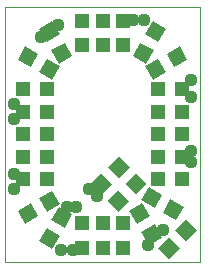
<source format=gts>
G75*
%MOIN*%
%OFA0B0*%
%FSLAX24Y24*%
%IPPOS*%
%LPD*%
%AMOC8*
5,1,8,0,0,1.08239X$1,22.5*
%
%ADD10C,0.0000*%
%ADD11R,0.0512X0.0512*%
%ADD12R,0.0512X0.0512*%
%ADD13C,0.0437*%
D10*
X002392Y002517D02*
X002392Y011017D01*
X008892Y011017D01*
X008892Y002517D01*
X002392Y002517D01*
D11*
X004954Y002978D03*
X005642Y002978D03*
X006329Y002978D03*
X006329Y003805D03*
X005642Y003805D03*
X004954Y003805D03*
X003805Y005267D03*
X003805Y006017D03*
X003805Y006767D03*
X003805Y007517D03*
X003805Y008267D03*
X002978Y008267D03*
X002978Y007517D03*
X002978Y006767D03*
X002978Y006017D03*
X002978Y005267D03*
X004954Y009728D03*
X005642Y009728D03*
X006329Y009728D03*
X006329Y010555D03*
X005642Y010555D03*
X004954Y010555D03*
X007478Y008267D03*
X007478Y007517D03*
X007478Y006767D03*
X007478Y006017D03*
X007478Y005267D03*
X008305Y005267D03*
X008305Y006017D03*
X008305Y006767D03*
X008305Y007517D03*
X008305Y008267D03*
D12*
G36*
X007316Y008586D02*
X007060Y009028D01*
X007502Y009284D01*
X007758Y008842D01*
X007316Y008586D01*
G37*
G36*
X007090Y009122D02*
X006648Y009378D01*
X006904Y009820D01*
X007346Y009564D01*
X007090Y009122D01*
G37*
G36*
X008032Y008999D02*
X007776Y009441D01*
X008218Y009697D01*
X008474Y009255D01*
X008032Y008999D01*
G37*
G36*
X007504Y009838D02*
X007062Y010094D01*
X007318Y010536D01*
X007760Y010280D01*
X007504Y009838D01*
G37*
G36*
X004635Y009378D02*
X004193Y009122D01*
X003937Y009564D01*
X004379Y009820D01*
X004635Y009378D01*
G37*
G36*
X004224Y009028D02*
X003968Y008586D01*
X003526Y008842D01*
X003782Y009284D01*
X004224Y009028D01*
G37*
G36*
X003508Y009441D02*
X003252Y008999D01*
X002810Y009255D01*
X003066Y009697D01*
X003508Y009441D01*
G37*
G36*
X004221Y010094D02*
X003779Y009838D01*
X003523Y010280D01*
X003965Y010536D01*
X004221Y010094D01*
G37*
G36*
X006184Y006046D02*
X006546Y005684D01*
X006184Y005322D01*
X005822Y005684D01*
X006184Y006046D01*
G37*
G36*
X006757Y005483D02*
X007119Y005121D01*
X006757Y004759D01*
X006395Y005121D01*
X006757Y005483D01*
G37*
G36*
X006935Y004568D02*
X007191Y005010D01*
X007633Y004754D01*
X007377Y004312D01*
X006935Y004568D01*
G37*
G36*
X006523Y004218D02*
X006965Y004474D01*
X007221Y004032D01*
X006779Y003776D01*
X006523Y004218D01*
G37*
G36*
X006173Y004899D02*
X006535Y004537D01*
X006173Y004175D01*
X005811Y004537D01*
X006173Y004899D01*
G37*
G36*
X005599Y005461D02*
X005961Y005099D01*
X005599Y004737D01*
X005237Y005099D01*
X005599Y005461D01*
G37*
G36*
X004193Y004349D02*
X004635Y004093D01*
X004379Y003651D01*
X003937Y003907D01*
X004193Y004349D01*
G37*
G36*
X003968Y004885D02*
X004224Y004443D01*
X003782Y004187D01*
X003526Y004629D01*
X003968Y004885D01*
G37*
G36*
X003252Y004471D02*
X003508Y004029D01*
X003066Y003773D01*
X002810Y004215D01*
X003252Y004471D01*
G37*
G36*
X003779Y003633D02*
X004221Y003377D01*
X003965Y002935D01*
X003523Y003191D01*
X003779Y003633D01*
G37*
G36*
X006937Y003502D02*
X007379Y003758D01*
X007635Y003316D01*
X007193Y003060D01*
X006937Y003502D01*
G37*
G36*
X007849Y003336D02*
X008211Y002974D01*
X007849Y002612D01*
X007487Y002974D01*
X007849Y003336D01*
G37*
G36*
X008434Y003921D02*
X008796Y003559D01*
X008434Y003197D01*
X008072Y003559D01*
X008434Y003921D01*
G37*
G36*
X007651Y004154D02*
X007907Y004596D01*
X008349Y004340D01*
X008093Y003898D01*
X007651Y004154D01*
G37*
D13*
X007642Y003579D03*
X007142Y003079D03*
X005454Y004704D03*
X005204Y004954D03*
X004767Y004329D03*
X004454Y004329D03*
X004267Y002892D03*
X004642Y002892D03*
X002704Y004954D03*
X002704Y005454D03*
X002704Y007267D03*
X002704Y007767D03*
X003579Y010017D03*
X004142Y010392D03*
X006642Y010579D03*
X007017Y010579D03*
X008579Y008579D03*
X008579Y008017D03*
X008579Y006204D03*
X008579Y005829D03*
M02*

</source>
